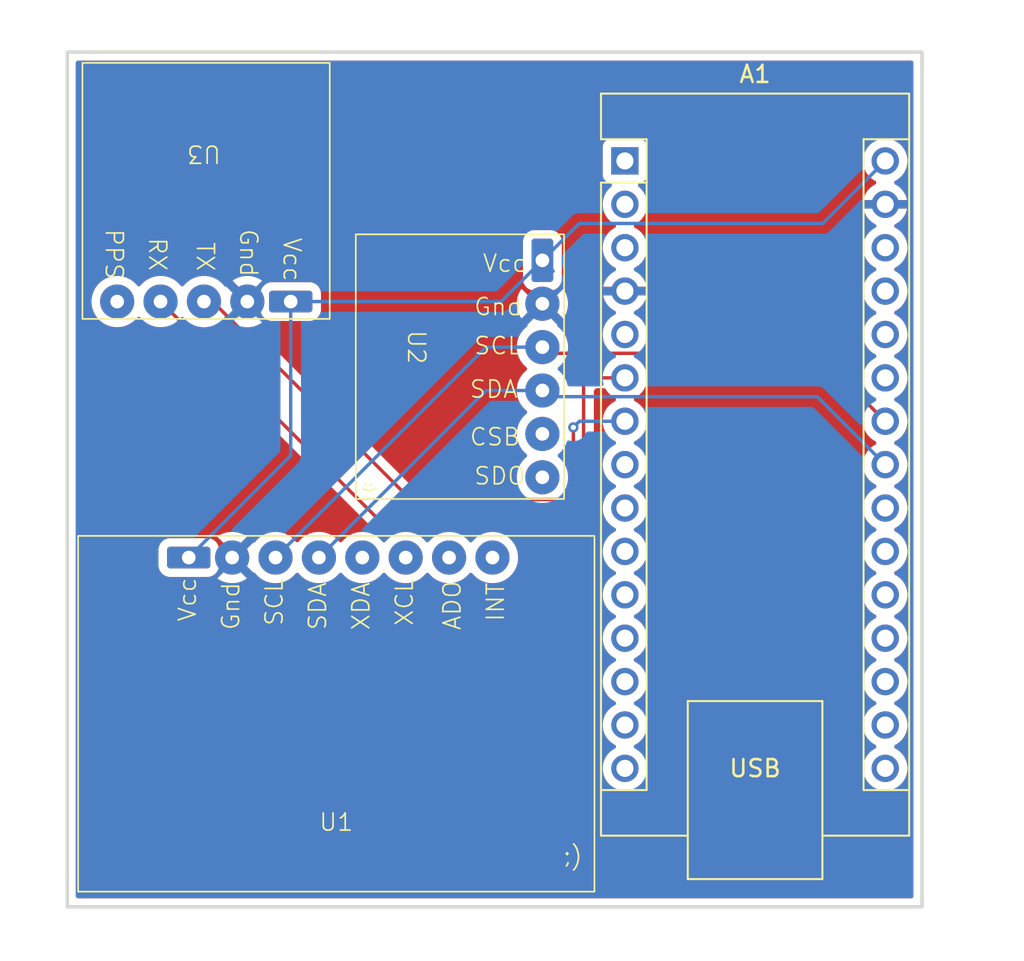
<source format=kicad_pcb>
(kicad_pcb (version 20241229) (generator "pcbnew") (generator_version "9.0")
  (layers (0 "F.Cu" signal) (2 "B.Cu" signal) (13 "F.Paste" user) (15 "B.Paste" user) (5 "F.SilkS" user "F.Silkscreen") (7 "B.SilkS" user "B.Silkscreen") (1 "F.Mask" user) (3 "B.Mask" user) (25 "Edge.Cuts" user))
  (net 0 "")
  (net 1 "Net-(A1-D3)")
  (net 3 "GND")
  (net 5 "Net-(A1-D4)")
  (net 8 "Net-(A1-SCL{slash}A5)")
  (net 15 "+5V")
  (net 16 "Net-(A1-SDA{slash}A4)")
  (footprint "GovindLibrary:BMP280" (layer "F.Cu") (at 111.633 81.28 -90)
    (property "Reference" "U2" (at 0 -0.254 270) (layer "F.SilkS") (effects (font (thickness 0.1))))
    (property "Value" "~")
    (fp_rect (start -6.604 -8.89) (end 8.89 3.302) (stroke (width 0.1)) (fill no) (layer "F.SilkS"))
    (fp_text user "Gnd" (at -1.778 -3.556 0) (layer "F.SilkS") (effects (font (thickness 0.1)) (justify left bottom)))
    (fp_text user "Vcc" (at -4.318 -4.064 0) (layer "F.SilkS") (effects (font (thickness 0.1)) (justify left bottom)))
    (fp_text user "CSB" (at 5.842 -3.302 0) (layer "F.SilkS") (effects (font (thickness 0.1)) (justify left bottom)))
    (fp_text user "SDO" (at 8.128 -3.556 0) (layer "F.SilkS") (effects (font (thickness 0.1)) (justify left bottom)))
    (fp_text user "SDA" (at 3.048 -3.302 0) (layer "F.SilkS") (effects (font (thickness 0.1)) (justify left bottom)))
    (fp_text user "SCL" (at 0.508 -3.556 0) (layer "F.SilkS") (effects (font (thickness 0.1)) (justify left bottom)))
    (fp_text user ";)" (at 7.874 2.794 270) (layer "F.SilkS") (effects (font (size 0.5 0.5) (thickness 0.1)) (justify left bottom)))
    (pad "1" thru_hole roundrect (at -5.08 -7.62 270) (size 2.54 1.27) (drill 0.8) (layers "*.Cu" "*.Mask") (roundrect_rratio 0.15) (net 15 "+5V"))
    (pad "2" thru_hole circle (at -2.54 -7.62 270) (size 2 2) (drill 0.8) (layers "*.Cu" "*.Mask") (net 3 "GND"))
    (pad "3" thru_hole circle (at 0 -7.62 270) (size 2 2) (drill 0.8) (layers "*.Cu" "*.Mask") (net 8 "Net-(A1-SCL{slash}A5)"))
    (pad "4" thru_hole circle (at 2.54 -7.62 270) (size 2 2) (drill 0.8) (layers "*.Cu" "*.Mask") (net 16 "Net-(A1-SDA{slash}A4)"))
    (pad "5" thru_hole circle (at 5.08 -7.62 270) (size 2 2) (drill 0.8) (layers "*.Cu" "*.Mask"))
    (pad "6" thru_hole circle (at 7.62 -7.62 270) (size 2 2) (drill 0.8) (layers "*.Cu" "*.Mask"))
  )
  (footprint "GovindLibrary:MPU-6050" (layer "F.Cu") (at 107.442 102.997)
    (property "Reference" "U1" (at -0.254 6.096 0) (layer "F.SilkS") (effects (font (thickness 0.1))))
    (property "Value" "~")
    (fp_rect (start -15.367 -10.668) (end 14.859 10.16) (stroke (width 0.1)) (fill no) (layer "F.SilkS"))
    (fp_text user "XCL" (at 4.318 -5.334 90) (layer "F.SilkS") (effects (font (thickness 0.1)) (justify left bottom)))
    (fp_text user "Gnd" (at -5.842 -5.08 90) (layer "F.SilkS") (effects (font (thickness 0.1)) (justify left bottom)))
    (fp_text user "XDA" (at 1.778 -5.08 90) (layer "F.SilkS") (effects (font (thickness 0.1)) (justify left bottom)))
    (fp_text user "SCL" (at -3.302 -5.334 90) (layer "F.SilkS") (effects (font (thickness 0.1)) (justify left bottom)))
    (fp_text user ";)" (at 12.954 8.636 0) (layer "F.SilkS") (effects (font (thickness 0.1)) (justify left bottom)))
    (fp_text user "ADO" (at 7.112 -5.08 90) (layer "F.SilkS") (effects (font (thickness 0.1)) (justify left bottom)))
    (fp_text user "INT" (at 9.652 -5.588 90) (layer "F.SilkS") (effects (font (thickness 0.1)) (justify left bottom)))
    (fp_text user "SDA" (at -0.762 -5.08 90) (layer "F.SilkS") (effects (font (thickness 0.1)) (justify left bottom)))
    (fp_text user "Vcc" (at -8.382 -5.588 90) (layer "F.SilkS") (effects (font (thickness 0.1)) (justify left bottom)))
    (pad "1" thru_hole roundrect (at -8.89 -9.398) (size 2.54 1.27) (drill 0.8) (layers "*.Cu" "*.Mask") (roundrect_rratio 0.15) (net 15 "+5V"))
    (pad "2" thru_hole circle (at -6.35 -9.398) (size 2 2) (drill 0.8) (layers "*.Cu" "*.Mask") (net 3 "GND"))
    (pad "3" thru_hole circle (at -3.81 -9.398) (size 2 2) (drill 0.8) (layers "*.Cu" "*.Mask") (net 8 "Net-(A1-SCL{slash}A5)"))
    (pad "4" thru_hole circle (at -1.27 -9.398) (size 2 2) (drill 0.8) (layers "*.Cu" "*.Mask") (net 16 "Net-(A1-SDA{slash}A4)"))
    (pad "5" thru_hole circle (at 1.27 -9.398) (size 2 2) (drill 0.8) (layers "*.Cu" "*.Mask"))
    (pad "6" thru_hole circle (at 3.81 -9.398) (size 2 2) (drill 0.8) (layers "*.Cu" "*.Mask"))
    (pad "7" thru_hole circle (at 6.35 -9.398) (size 2 2) (drill 0.8) (layers "*.Cu" "*.Mask"))
    (pad "8" thru_hole circle (at 8.89 -9.398) (size 2 2) (drill 0.8) (layers "*.Cu" "*.Mask"))
  )
  (footprint "GovindLibrary:NEO-6m" (layer "F.Cu") (at 99.441 68.707 180)
    (property "Reference" "U3" (at 0 -1.27 180) (layer "F.SilkS") (effects (font (thickness 0.1))))
    (property "Value" "~")
    (fp_rect (start -7.366 -10.922) (end 7.112 4.064) (stroke (width 0.1)) (fill no) (layer "F.SilkS"))
    (fp_text user "PPS" (at 5.842 -5.588 270) (layer "F.SilkS") (effects (font (thickness 0.1)) (justify left bottom)))
    (fp_text user "Vcc" (at -4.572 -6.096 270) (layer "F.SilkS") (effects (font (thickness 0.1)) (justify left bottom)))
    (fp_text user "Gnd" (at -2.032 -5.588 270) (layer "F.SilkS") (effects (font (thickness 0.1)) (justify left bottom)))
    (fp_text user "RX" (at 3.302 -6.096 270) (layer "F.SilkS") (effects (font (thickness 0.1)) (justify left bottom)))
    (fp_text user "TX" (at 0.508 -6.35 270) (layer "F.SilkS") (effects (font (thickness 0.1)) (justify left bottom)))
    (pad "1" thru_hole roundrect (at -5.08 -9.906 180) (size 2.54 1.27) (drill 0.8) (layers "*.Cu" "*.Mask") (roundrect_rratio 0.15) (net 15 "+5V"))
    (pad "2" thru_hole circle (at -2.54 -9.906 180) (size 2 2) (drill 0.8) (layers "*.Cu" "*.Mask") (net 3 "GND"))
    (pad "3" thru_hole circle (at 0 -9.906 180) (size 2 2) (drill 0.8) (layers "*.Cu" "*.Mask") (net 5 "Net-(A1-D4)"))
    (pad "4" thru_hole circle (at 2.54 -9.906 180) (size 2 2) (drill 0.8) (layers "*.Cu" "*.Mask") (net 1 "Net-(A1-D3)"))
    (pad "5" thru_hole circle (at 5.08 -9.906 180) (size 2 2) (drill 0.8) (layers "*.Cu" "*.Mask"))
  )
  (footprint "Module:Arduino_Nano" (layer "F.Cu") (at 124.085 70.38)
    (property "Reference" "A1" (at 7.62 -5.08 0) (layer "F.SilkS"))
    (property "Value" "Arduino_Nano_Every")
    (fp_line (start -1.4 -3.94) (end -1.4 -1.27) (stroke (width 0.12)) (layer "F.SilkS"))
    (fp_line (start -1.4 1.27) (end -1.4 39.5) (stroke (width 0.12)) (layer "F.SilkS"))
    (fp_line (start -1.4 39.5) (end 3.68 39.5) (stroke (width 0.12)) (layer "F.SilkS"))
    (fp_line (start 1.27 -1.27) (end -1.4 -1.27) (stroke (width 0.12)) (layer "F.SilkS"))
    (fp_line (start 1.27 1.27) (end -1.4 1.27) (stroke (width 0.12)) (layer "F.SilkS"))
    (fp_line (start 1.27 1.27) (end 1.27 -1.27) (stroke (width 0.12)) (layer "F.SilkS"))
    (fp_line (start 1.27 1.27) (end 1.27 36.83) (stroke (width 0.12)) (layer "F.SilkS"))
    (fp_line (start 1.27 36.83) (end -1.4 36.83) (stroke (width 0.12)) (layer "F.SilkS"))
    (fp_line (start 3.68 31.62) (end 11.56 31.62) (stroke (width 0.12)) (layer "F.SilkS"))
    (fp_line (start 3.68 42.04) (end 3.68 31.62) (stroke (width 0.12)) (layer "F.SilkS"))
    (fp_line (start 11.56 31.62) (end 11.56 42.04) (stroke (width 0.12)) (layer "F.SilkS"))
    (fp_line (start 11.56 42.04) (end 3.68 42.04) (stroke (width 0.12)) (layer "F.SilkS"))
    (fp_line (start 13.97 -1.27) (end 13.97 36.83) (stroke (width 0.12)) (layer "F.SilkS"))
    (fp_line (start 13.97 -1.27) (end 16.64 -1.27) (stroke (width 0.12)) (layer "F.SilkS"))
    (fp_line (start 13.97 36.83) (end 16.64 36.83) (stroke (width 0.12)) (layer "F.SilkS"))
    (fp_line (start 16.64 -3.94) (end -1.4 -3.94) (stroke (width 0.12)) (layer "F.SilkS"))
    (fp_line (start 16.64 39.5) (end 11.56 39.5) (stroke (width 0.12)) (layer "F.SilkS"))
    (fp_line (start 16.64 39.5) (end 16.64 -3.94) (stroke (width 0.12)) (layer "F.SilkS"))
    (fp_text user "USB" (at 7.62 35.56 0) (layer "F.SilkS"))
    (pad "1" thru_hole rect (at 0 0) (size 1.6 1.6) (drill 1) (layers "*.Cu" "*.Mask"))
    (pad "2" thru_hole oval (at 0 2.54) (size 1.6 1.6) (drill 1) (layers "*.Cu" "*.Mask"))
    (pad "3" thru_hole oval (at 0 5.08) (size 1.6 1.6) (drill 1) (layers "*.Cu" "*.Mask"))
    (pad "4" thru_hole oval (at 0 7.62) (size 1.6 1.6) (drill 1) (layers "*.Cu" "*.Mask") (net 3 "GND"))
    (pad "5" thru_hole oval (at 0 10.16) (size 1.6 1.6) (drill 1) (layers "*.Cu" "*.Mask"))
    (pad "6" thru_hole oval (at 0 12.7) (size 1.6 1.6) (drill 1) (layers "*.Cu" "*.Mask") (net 1 "Net-(A1-D3)"))
    (pad "7" thru_hole oval (at 0 15.24) (size 1.6 1.6) (drill 1) (layers "*.Cu" "*.Mask") (net 5 "Net-(A1-D4)"))
    (pad "8" thru_hole oval (at 0 17.78) (size 1.6 1.6) (drill 1) (layers "*.Cu" "*.Mask"))
    (pad "9" thru_hole oval (at 0 20.32) (size 1.6 1.6) (drill 1) (layers "*.Cu" "*.Mask"))
    (pad "10" thru_hole oval (at 0 22.86) (size 1.6 1.6) (drill 1) (layers "*.Cu" "*.Mask"))
    (pad "11" thru_hole oval (at 0 25.4) (size 1.6 1.6) (drill 1) (layers "*.Cu" "*.Mask"))
    (pad "12" thru_hole oval (at 0 27.94) (size 1.6 1.6) (drill 1) (layers "*.Cu" "*.Mask"))
    (pad "13" thru_hole oval (at 0 30.48) (size 1.6 1.6) (drill 1) (layers "*.Cu" "*.Mask"))
    (pad "14" thru_hole oval (at 0 33.02) (size 1.6 1.6) (drill 1) (layers "*.Cu" "*.Mask"))
    (pad "15" thru_hole oval (at 0 35.56) (size 1.6 1.6) (drill 1) (layers "*.Cu" "*.Mask"))
    (pad "16" thru_hole oval (at 15.24 35.56) (size 1.6 1.6) (drill 1) (layers "*.Cu" "*.Mask"))
    (pad "17" thru_hole oval (at 15.24 33.02) (size 1.6 1.6) (drill 1) (layers "*.Cu" "*.Mask"))
    (pad "18" thru_hole oval (at 15.24 30.48) (size 1.6 1.6) (drill 1) (layers "*.Cu" "*.Mask"))
    (pad "19" thru_hole oval (at 15.24 27.94) (size 1.6 1.6) (drill 1) (layers "*.Cu" "*.Mask"))
    (pad "20" thru_hole oval (at 15.24 25.4) (size 1.6 1.6) (drill 1) (layers "*.Cu" "*.Mask"))
    (pad "21" thru_hole oval (at 15.24 22.86) (size 1.6 1.6) (drill 1) (layers "*.Cu" "*.Mask"))
    (pad "22" thru_hole oval (at 15.24 20.32) (size 1.6 1.6) (drill 1) (layers "*.Cu" "*.Mask"))
    (pad "23" thru_hole oval (at 15.24 17.78) (size 1.6 1.6) (drill 1) (layers "*.Cu" "*.Mask") (net 16 "Net-(A1-SDA{slash}A4)"))
    (pad "24" thru_hole oval (at 15.24 15.24) (size 1.6 1.6) (drill 1) (layers "*.Cu" "*.Mask") (net 8 "Net-(A1-SCL{slash}A5)"))
    (pad "25" thru_hole oval (at 15.24 12.7) (size 1.6 1.6) (drill 1) (layers "*.Cu" "*.Mask"))
    (pad "26" thru_hole oval (at 15.24 10.16) (size 1.6 1.6) (drill 1) (layers "*.Cu" "*.Mask"))
    (pad "27" thru_hole oval (at 15.24 7.62) (size 1.6 1.6) (drill 1) (layers "*.Cu" "*.Mask"))
    (pad "28" thru_hole oval (at 15.24 5.08) (size 1.6 1.6) (drill 1) (layers "*.Cu" "*.Mask"))
    (pad "29" thru_hole oval (at 15.24 2.54) (size 1.6 1.6) (drill 1) (layers "*.Cu" "*.Mask") (net 3 "GND"))
    (pad "30" thru_hole oval (at 15.24 0) (size 1.6 1.6) (drill 1) (layers "*.Cu" "*.Mask") (net 15 "+5V"))
  )
  (gr_rect (start 91.44 64.008) (end 141.478 114.046) (stroke (width 0.2)) (fill no) (layer "Edge.Cuts"))
  (segment (start 121.666 83.439) (end 121.793 83.439) (width 0.2) (layer "F.Cu") (net 1))
  (segment (start 120.65 91.186) (end 121.666 90.17) (width 0.2) (layer "F.Cu") (net 1))
  (segment (start 109.474 91.186) (end 120.65 91.186) (width 0.2) (layer "F.Cu") (net 1))
  (segment (start 121.793 83.439) (end 122.152 83.08) (width 0.2) (layer "F.Cu") (net 1))
  (segment (start 121.666 90.17) (end 121.666 83.439) (width 0.2) (layer "F.Cu") (net 1))
  (segment (start 122.152 83.08) (end 124.085 83.08) (width 0.2) (layer "F.Cu") (net 1))
  (segment (start 96.901 78.613) (end 109.474 91.186) (width 0.2) (layer "F.Cu") (net 1))
  (segment (start 120.365 90.201) (end 121.066 89.5) (width 0.2) (layer "F.Cu") (net 5))
  (segment (start 99.441 78.613) (end 99.949 78.613) (width 0.2) (layer "F.Cu") (net 5))
  (segment (start 111.537 90.201) (end 120.365 90.201) (width 0.2) (layer "F.Cu") (net 5))
  (segment (start 100.076 78.74) (end 111.537 90.201) (width 0.2) (layer "F.Cu") (net 5))
  (segment (start 121.066 89.5) (end 121.066 85.979) (width 0.2) (layer "F.Cu") (net 5))
  (segment (start 99.949 78.613) (end 100.076 78.74) (width 0.2) (layer "F.Cu") (net 5))
  (via (at 121.066 85.979) (size 0.6) (drill 0.3) (layers "F.Cu" "B.Cu") (net 5))
  (segment (start 121.425 85.62) (end 124.085 85.62) (width 0.2) (layer "B.Cu") (net 5))
  (segment (start 121.066 85.979) (end 121.425 85.62) (width 0.2) (layer "B.Cu") (net 5))
  (segment (start 119.253 81.28) (end 119.614 81.641) (width 0.2) (layer "F.Cu") (net 8))
  (segment (start 119.614 81.641) (end 135.346 81.641) (width 0.2) (layer "F.Cu") (net 8))
  (segment (start 135.346 81.641) (end 139.325 85.62) (width 0.2) (layer "F.Cu") (net 8))
  (segment (start 119.253 81.28) (end 115.951 81.28) (width 0.2) (layer "B.Cu") (net 8))
  (segment (start 115.951 81.28) (end 103.632 93.599) (width 0.2) (layer "B.Cu") (net 8))
  (segment (start 119.253 76.2) (end 119.888 76.835) (width 0.2) (layer "B.Cu") (net 15))
  (segment (start 104.521 78.613) (end 104.521 87.63) (width 0.2) (layer "B.Cu") (net 15))
  (segment (start 139.325 70.38) (end 135.664 74.041) (width 0.2) (layer "B.Cu") (net 15))
  (segment (start 104.521 78.613) (end 116.84 78.613) (width 0.2) (layer "B.Cu") (net 15))
  (segment (start 121.412 74.041) (end 119.253 76.2) (width 0.2) (layer "B.Cu") (net 15))
  (segment (start 104.521 87.63) (end 98.552 93.599) (width 0.2) (layer "B.Cu") (net 15))
  (segment (start 116.84 78.613) (end 119.253 76.2) (width 0.2) (layer "B.Cu") (net 15))
  (segment (start 135.664 74.041) (end 121.412 74.041) (width 0.2) (layer "B.Cu") (net 15))
  (segment (start 115.951 83.82) (end 106.172 93.599) (width 0.2) (layer "B.Cu") (net 16))
  (segment (start 135.346 84.181) (end 139.325 88.16) (width 0.2) (layer "B.Cu") (net 16))
  (segment (start 119.253 83.82) (end 115.951 83.82) (width 0.2) (layer "B.Cu") (net 16))
  (segment (start 119.253 83.82) (end 119.614 84.181) (width 0.2) (layer "B.Cu") (net 16))
  (segment (start 119.614 84.181) (end 135.346 84.181) (width 0.2) (layer "B.Cu") (net 16))
  (zone (net 3) (net_name "GND") (layers "F.Cu" "B.Cu") (connect_pads (clearance 0.5)) (min_thickness 0.25) (fill yes (thermal_gap 0.5) (thermal_bridge_width 0.5))
    (polygon (pts (xy 87.503 61.849) (xy 88.519 117.094) (xy 147.447 117.221) (xy 144.399 60.96)))
  )
)
</source>
